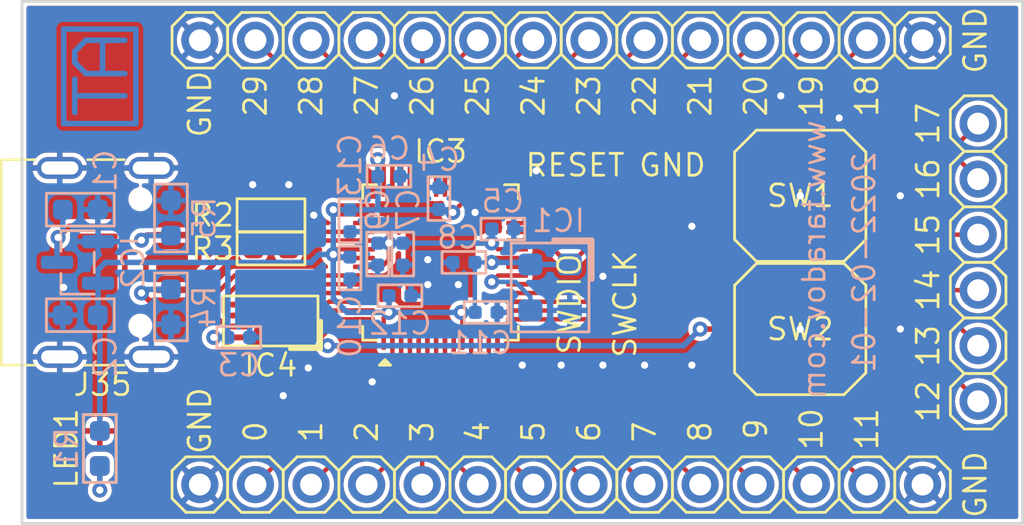
<source format=kicad_pcb>
(kicad_pcb (version 20211014) (generator pcbnew)
  (layers (0 "F.Cu" signal) (31 "B.Cu" signal) (34 "B.Paste" user) (35 "F.Paste" user) (36 "B.SilkS" user "B.Silkscreen") (37 "F.SilkS" user "F.Silkscreen") (38 "B.Mask" user) (39 "F.Mask" user) (44 "Edge.Cuts" user))
  (net 0 "")
  (net 1 "GND")
  (net 2 "/RESET")
  (net 3 "/SWCLK")
  (net 4 "/SWDIO")
  (net 5 "+3V3")
  (net 6 "VBUS")
  (net 7 "/USB_DP")
  (net 8 "/USB_DM")
  (net 9 "/QSPI_SD3")
  (net 10 "/QSPI_SCLK")
  (net 11 "/QSPI_SD0")
  (net 12 "/QSPI_SD2")
  (net 13 "/QSPI_SD1")
  (net 14 "/QSPI_SS")
  (net 15 "+1V1")
  (net 16 "/XIN")
  (net 17 "Net-(J35-PadCC1)")
  (net 18 "Net-(J35-PadCC2)")
  (net 21 "Net-(IC3-Pad2)")
  (net 22 "Net-(IC3-Pad3)")
  (net 23 "Net-(IC3-Pad4)")
  (net 24 "Net-(IC3-Pad5)")
  (net 25 "Net-(IC3-Pad6)")
  (net 26 "Net-(IC3-Pad7)")
  (net 27 "Net-(IC3-Pad8)")
  (net 28 "Net-(IC3-Pad9)")
  (net 29 "Net-(IC3-Pad11)")
  (net 30 "Net-(IC3-Pad12)")
  (net 31 "Net-(IC3-Pad13)")
  (net 32 "Net-(IC3-Pad14)")
  (net 33 "Net-(IC3-Pad15)")
  (net 34 "Net-(IC3-Pad16)")
  (net 35 "Net-(IC3-Pad17)")
  (net 36 "Net-(IC3-Pad18)")
  (net 38 "Net-(IC3-Pad27)")
  (net 39 "Net-(IC3-Pad28)")
  (net 40 "Net-(IC3-Pad29)")
  (net 41 "Net-(IC3-Pad30)")
  (net 42 "Net-(IC3-Pad31)")
  (net 43 "Net-(IC3-Pad32)")
  (net 44 "Net-(IC3-Pad34)")
  (net 45 "Net-(IC3-Pad35)")
  (net 46 "Net-(IC3-Pad36)")
  (net 47 "Net-(IC3-Pad37)")
  (net 48 "Net-(IC3-Pad38)")
  (net 49 "Net-(IC3-Pad39)")
  (net 50 "Net-(IC3-Pad40)")
  (net 51 "Net-(IC3-Pad41)")
  (net 52 "Net-(IC3-Pad46)")
  (net 53 "Net-(IC3-Pad47)")
  (net 54 "Net-(LED1-Pad1)")
  (footprint "ataradov_ic:USON-8-3x2mm" (layer "F.Cu") (at 28.639 66.433 180)
    (fp_text reference "IC4")
    (fp_text value "SPI-FLASH")
  )
  (footprint "ataradov_conn:Pin-2.54mm" (layer "F.Cu") (at 60.96 62.484)
    (fp_text reference "J16" hide)
    (fp_text value "15")
  )
  (footprint "ataradov_conn:Pin-2.54mm" (layer "F.Cu") (at 60.96 70.104)
    (fp_text reference "J13" hide)
    (fp_text value "12")
  )
  (footprint "ataradov_conn:Pin-2.54mm" (layer "F.Cu") (at 25.4 73.914)
    (fp_text reference "J33" hide)
    (fp_text value "GND")
  )
  (footprint "ataradov_ic:QFN-56-0.4mm" (layer "F.Cu") (at 36.398 63.754 90)
    (fp_text reference "IC3")
    (fp_text value "RP2040")
  )
  (footprint "ataradov_misc:TestPoint-1.27mm-SMD" (layer "F.Cu") (at 46.101 60.706)
    (fp_text reference "TP4" hide)
    (fp_text value "GND")
  )
  (footprint "ataradov_conn:Pin-2.54mm" (layer "F.Cu") (at 58.42 53.594)
    (fp_text reference "J31" hide)
    (fp_text value "GND")
  )
  (footprint "ataradov_smd:0603" (layer "F.Cu") (at 28.651 61.595)
    (fp_text reference "R2")
    (fp_text value "27")
  )
  (footprint "ataradov_conn:Pin-2.54mm" (layer "F.Cu") (at 45.72 73.914)
    (fp_text reference "J8" hide)
    (fp_text value "7")
  )
  (footprint "ataradov_conn:Pin-2.54mm" (layer "F.Cu") (at 55.88 73.914)
    (fp_text reference "J12" hide)
    (fp_text value "11")
  )
  (footprint "ataradov_misc:TestPoint-1.27mm-SMD" (layer "F.Cu") (at 42.291 62.484)
    (fp_text reference "TP1" hide)
    (fp_text value "SWDIO")
  )
  (footprint "ataradov_conn:Pin-2.54mm" (layer "F.Cu") (at 48.26 53.594)
    (fp_text reference "J22" hide)
    (fp_text value "21")
  )
  (footprint "ataradov_conn:Pin-2.54mm" (layer "F.Cu") (at 43.18 73.914)
    (fp_text reference "J7" hide)
    (fp_text value "6")
  )
  (footprint "ataradov_conn:Pin-2.54mm" (layer "F.Cu") (at 50.8 53.594)
    (fp_text reference "J21" hide)
    (fp_text value "20")
  )
  (footprint "ataradov_conn:Pin-2.54mm" (layer "F.Cu") (at 27.94 73.914)
    (fp_text reference "J1" hide)
    (fp_text value "0")
  )
  (footprint "ataradov_conn:Pin-2.54mm" (layer "F.Cu") (at 50.8 73.914)
    (fp_text reference "J10" hide)
    (fp_text value "9")
  )
  (footprint "ataradov_conn:Pin-2.54mm" (layer "F.Cu") (at 53.34 53.594)
    (fp_text reference "J20" hide)
    (fp_text value "19")
  )
  (footprint "ataradov_switch:TactSwitch-6mm-Sqare-SMD" (layer "F.Cu") (at 52.832 66.802 180)
    (fp_text reference "SW2")
    (fp_text value "TactSwitch")
  )
  (footprint "ataradov_conn:Pin-2.54mm" (layer "F.Cu") (at 35.56 73.914)
    (fp_text reference "J4" hide)
    (fp_text value "3")
  )
  (footprint "ataradov_misc:TestPoint-1.27mm-SMD" (layer "F.Cu") (at 44.831 62.484)
    (fp_text reference "TP2" hide)
    (fp_text value "SWCLK")
  )
  (footprint "ataradov_conn:Pin-2.54mm" (layer "F.Cu") (at 48.26 73.914)
    (fp_text reference "J9" hide)
    (fp_text value "8")
  )
  (footprint "ataradov_conn:Pin-2.54mm" (layer "F.Cu") (at 43.18 53.594)
    (fp_text reference "J24" hide)
    (fp_text value "23")
  )
  (footprint "ataradov_switch:TactSwitch-6mm-Sqare-SMD" (layer "F.Cu") (at 52.832 60.706 180)
    (fp_text reference "SW1")
    (fp_text value "TactSwitch")
  )
  (footprint "ataradov_conn:Pin-2.54mm" (layer "F.Cu") (at 60.96 57.404)
    (fp_text reference "J18" hide)
    (fp_text value "17")
  )
  (footprint "ataradov_conn:Pin-2.54mm" (layer "F.Cu") (at 30.48 53.594)
    (fp_text reference "J29" hide)
    (fp_text value "28")
  )
  (footprint "ataradov_conn:Pin-2.54mm" (layer "F.Cu") (at 25.4 53.594)
    (fp_text reference "J34" hide)
    (fp_text value "GND")
  )
  (footprint "ataradov_conn:Pin-2.54mm" (layer "F.Cu") (at 33.02 53.594)
    (fp_text reference "J28" hide)
    (fp_text value "27")
  )
  (footprint "ataradov_conn:Pin-2.54mm" (layer "F.Cu") (at 55.88 53.594)
    (fp_text reference "J19" hide)
    (fp_text value "18")
  )
  (footprint "ataradov_conn:Pin-2.54mm" (layer "F.Cu") (at 60.96 59.944)
    (fp_text reference "J17" hide)
    (fp_text value "16")
  )
  (footprint "ataradov_conn:Pin-2.54mm" (layer "F.Cu") (at 45.72 53.594)
    (fp_text reference "J23" hide)
    (fp_text value "22")
  )
  (footprint "ataradov_conn:Pin-2.54mm" (layer "F.Cu") (at 60.96 67.564)
    (fp_text reference "J14" hide)
    (fp_text value "13")
  )
  (footprint "ataradov_conn:Pin-2.54mm" (layer "F.Cu") (at 35.56 53.594)
    (fp_text reference "J27" hide)
    (fp_text value "26")
  )
  (footprint "ataradov_conn:Pin-2.54mm" (layer "F.Cu") (at 38.1 73.914)
    (fp_text reference "J5" hide)
    (fp_text value "4")
  )
  (footprint "ataradov_conn:Pin-2.54mm" (layer "F.Cu") (at 40.64 53.594)
    (fp_text reference "J25" hide)
    (fp_text value "24")
  )
  (footprint "ataradov_conn:Pin-2.54mm" (layer "F.Cu") (at 58.42 73.914)
    (fp_text reference "J32" hide)
    (fp_text value "GND")
  )
  (footprint "ataradov_conn:Pin-2.54mm" (layer "F.Cu") (at 40.64 73.914)
    (fp_text reference "J6" hide)
    (fp_text value "5")
  )
  (footprint "ataradov_conn:USB-C" (layer "F.Cu") (at 18.999 63.754 -90)
    (fp_text reference "J35")
    (fp_text value "USB-C")
  )
  (footprint "ataradov_smd:0603" (layer "F.Cu") (at 28.651 63.119)
    (fp_text reference "R3")
    (fp_text value "27")
  )
  (footprint "ataradov_conn:Pin-2.54mm" (layer "F.Cu") (at 38.1 53.594)
    (fp_text reference "J26" hide)
    (fp_text value "25")
  )
  (footprint "ataradov_misc:TestPoint-1.27mm-SMD" (layer "F.Cu") (at 43.561 60.706)
    (fp_text reference "TP3" hide)
    (fp_text value "RESET")
  )
  (footprint "ataradov_conn:Pin-2.54mm" (layer "F.Cu") (at 27.94 53.594)
    (fp_text reference "J30" hide)
    (fp_text value "29")
  )
  (footprint "ataradov_conn:Pin-2.54mm" (layer "F.Cu") (at 53.34 73.914)
    (fp_text reference "J11" hide)
    (fp_text value "10")
  )
  (footprint "ataradov_smd:0603" (layer "F.Cu") (at 20.828 72.263 -90)
    (fp_text reference "LED1")
    (fp_text value "Green")
  )
  (footprint "ataradov_conn:Pin-2.54mm" (layer "F.Cu") (at 60.96 65.024)
    (fp_text reference "J15" hide)
    (fp_text value "14")
  )
  (footprint "ataradov_conn:Pin-2.54mm" (layer "F.Cu") (at 30.48 73.914)
    (fp_text reference "J2" hide)
    (fp_text value "1")
  )
  (footprint "ataradov_conn:Pin-2.54mm" (layer "F.Cu") (at 33.02 73.914)
    (fp_text reference "J3" hide)
    (fp_text value "2")
  )
  (footprint "ataradov_ic:CDFN-4-3.2x2.5mm" (layer "B.Cu") (at 41.402 64.897 -90)
    (fp_text reference "IC1")
    (fp_text value "12 MHz")
  )
  (footprint "ataradov_misc:Logo" (layer "B.Cu") (at 20.828 55.245 -90)
    (fp_text reference "Logo1" hide)
    (fp_text value "Logo" hide)
  )
  (footprint "ataradov_smd:0402" (layer "B.Cu") (at 32.258 61.849 -90)
    (fp_text reference "C13")
    (fp_text value "1uF")
  )
  (footprint "ataradov_smd:0603" (layer "B.Cu") (at 19.939 61.341)
    (fp_text reference "C1")
    (fp_text value "1uF")
  )
  (footprint "ataradov_smd:0603" (layer "B.Cu") (at 20.828 72.263 -90)
    (fp_text reference "R1")
    (fp_text value "10K")
  )
  (footprint "ataradov_smd:0402" (layer "B.Cu") (at 32.258 64.008 -90)
    (fp_text reference "C10")
    (fp_text value "100nF")
  )
  (footprint "ataradov_ic:SOT-23" (layer "B.Cu") (at 19.812 63.754 180)
    (fp_text reference "IC2")
    (fp_text value "SC662K")
  )
  (footprint "ataradov_smd:0402" (layer "B.Cu") (at 39.243 62.23)
    (fp_text reference "C5")
    (fp_text value "100nF")
  )
  (footprint "ataradov_smd:0402" (layer "B.Cu") (at 37.465 63.754 180)
    (fp_text reference "C8")
    (fp_text value "100nF")
  )
  (footprint "ataradov_smd:0603" (layer "B.Cu") (at 19.939 66.167 180)
    (fp_text reference "C2")
    (fp_text value "1uF")
  )
  (footprint "ataradov_smd:0402" (layer "B.Cu") (at 36.322 60.833 90)
    (fp_text reference "C4")
    (fp_text value "100nF")
  )
  (footprint "ataradov_smd:0402" (layer "B.Cu") (at 27.178 67.183)
    (fp_text reference "C3")
    (fp_text value "100nF")
  )
  (footprint "ataradov_smd:0402" (layer "B.Cu") (at 34.544 65.278)
    (fp_text reference "C12")
    (fp_text value "100nF")
  )
  (footprint "ataradov_smd:0603" (layer "B.Cu") (at 24.079 61.722 90)
    (fp_text reference "R5")
    (fp_text value "5.1K")
  )
  (footprint "ataradov_smd:0402" (layer "B.Cu") (at 38.481 66.04)
    (fp_text reference "C11")
    (fp_text value "100nF")
  )
  (footprint "ataradov_smd:0402" (layer "B.Cu") (at 33.528 63.373 -90)
    (fp_text reference "C9")
    (fp_text value "1uF")
  )
  (footprint "ataradov_smd:0402" (layer "B.Cu") (at 34.671 63.373 -90)
    (fp_text reference "C7")
    (fp_text value "100nF")
  )
  (footprint "ataradov_smd:0402" (layer "B.Cu") (at 34.036 59.817)
    (fp_text reference "C6")
    (fp_text value "100nF")
  )
  (footprint "ataradov_smd:0603" (layer "B.Cu") (at 24.079 65.786 -90)
    (fp_text reference "R4")
    (fp_text value "5.1K")
  )
  (gr_rect (start 17.272 51.816) (end 62.992 75.692) (layer "Edge.Cuts") (width 0.127) (fill none))
  (gr_text "2022-02-01" (at 55.753 63.754 90) (layer "B.SilkS") (effects (font (size 1 1) (thickness 0.127)) (justify mirror)))
  (gr_text "www.taradov.com" (at 53.467 63.627 90) (layer "B.SilkS") (effects (font (size 1 1) (thickness 0.127)) (justify mirror)))
  (segment (start 39.898 64.754) (end 41.164 64.754) (width 0.2032) (layer "F.Cu") (net 1))
  (via (at 52.832 66.802) (size 0.6858) (drill 0.3302) (layers "F.Cu" "B.Cu") (net 1))
  (via (at 57.404 60.706) (size 0.6858) (drill 0.3302) (layers "F.Cu" "B.Cu") (net 1))
  (via (at 29.21 69.85) (size 0.6858) (drill 0.3302) (layers "F.Cu" "B.Cu") (net 1))
  (via (at 40.132 68.453) (size 0.6858) (drill 0.3302) (layers "F.Cu" "B.Cu") (net 1))
  (via (at 30.607 61.595) (size 0.6858) (drill 0.3302) (layers "F.Cu" "B.Cu") (net 1))
  (via (at 47.879 62.103) (size 0.6858) (drill 0.3302) (layers "F.Cu" "B.Cu") (net 1))
  (via (at 35.814 63.627) (size 0.6858) (drill 0.3302) (layers "F.Cu" "B.Cu") (net 1))
  (via (at 52.832 60.706) (size 0.6858) (drill 0.3302) (layers "F.Cu" "B.Cu") (net 1))
  (via (at 37.211 64.77) (size 0.6858) (drill 0.3302) (layers "F.Cu" "B.Cu") (net 1))
  (via (at 57.404 66.802) (size 0.6858) (drill 0.3302) (layers "F.Cu" "B.Cu") (net 1))
  (via (at 37.973 61.468) (size 0.6858) (drill 0.3302) (layers "F.Cu" "B.Cu") (net 1))
  (via (at 41.91 68.453) (size 0.6858) (drill 0.3302) (layers "F.Cu" "B.Cu") (net 1))
  (via (at 51.943 56.134) (size 0.6858) (drill 0.3302) (layers "F.Cu" "B.Cu") (net 1))
  (via (at 35.814 64.77) (size 0.6858) (drill 0.3302) (layers "F.Cu" "B.Cu") (net 1))
  (via (at 34.29 56.134) (size 0.6858) (drill 0.3302) (layers "F.Cu" "B.Cu") (net 1))
  (via (at 19.177 64.897) (size 0.6858) (drill 0.3302) (layers "F.Cu" "B.Cu") (net 1))
  (via (at 27.813 60.198) (size 0.6858) (drill 0.3302) (layers "F.Cu" "B.Cu") (net 1))
  (via (at 29.464 60.198) (size 0.6858) (drill 0.3302) (layers "F.Cu" "B.Cu") (net 1))
  (via (at 45.72 68.453) (size 0.6858) (drill 0.3302) (layers "F.Cu" "B.Cu") (net 1))
  (via (at 40.767 59.563) (size 0.6858) (drill 0.3302) (layers "F.Cu" "B.Cu") (net 1))
  (via (at 43.815 68.453) (size 0.6858) (drill 0.3302) (layers "F.Cu" "B.Cu") (net 1))
  (via (at 30.353 68.58) (size 0.6858) (drill 0.3302) (layers "F.Cu" "B.Cu") (net 1))
  (via (at 54.61 57.15) (size 0.6858) (drill 0.3302) (layers "F.Cu" "B.Cu") (net 1))
  (via (at 47.879 68.453) (size 0.6858) (drill 0.3302) (layers "F.Cu" "B.Cu") (net 1))
  (via (at 43.815 64.389) (size 0.6858) (drill 0.3302) (layers "F.Cu" "B.Cu") (net 1))
  (via (at 33.274 69.215) (size 0.6858) (drill 0.3302) (layers "F.Cu" "B.Cu") (net 1))
  (segment (start 39.898 61.954) (end 41.297 61.954) (width 0.2032) (layer "F.Cu") (net 2))
  (segment (start 43.561 60.706) (end 44.831 59.436) (width 0.2032) (layer "F.Cu") (net 2))
  (segment (start 47.371 59.436) (end 48.641 60.706) (width 0.2032) (layer "F.Cu") (net 2))
  (segment (start 44.831 59.436) (end 47.371 59.436) (width 0.2032) (layer "F.Cu") (net 2))
  (segment (start 41.297 61.954) (end 42.545 60.706) (width 0.2032) (layer "F.Cu") (net 2))
  (segment (start 42.545 60.706) (end 43.561 60.706) (width 0.2032) (layer "F.Cu") (net 2))
  (segment (start 48.641 60.706) (end 49.832 60.706) (width 0.2032) (layer "F.Cu") (net 2))
  (segment (start 42.672 63.5) (end 43.688 62.484) (width 0.2032) (layer "F.Cu") (net 3))
  (segment (start 39.898 62.754) (end 41.164 62.754) (width 0.2032) (layer "F.Cu") (net 3))
  (segment (start 43.688 62.484) (end 44.831 62.484) (width 0.2032) (layer "F.Cu") (net 3))
  (segment (start 41.164 62.754) (end 41.91 63.5) (width 0.2032) (layer "F.Cu") (net 3))
  (segment (start 41.91 63.5) (end 42.672 63.5) (width 0.2032) (layer "F.Cu") (net 3))
  (segment (start 39.898 62.354) (end 42.161 62.354) (width 0.2032) (layer "F.Cu") (net 4))
  (segment (start 42.161 62.354) (end 42.291 62.484) (width 0.2032) (layer "F.Cu") (net 4))
  (segment (start 31.445 63.3885) (end 31.6105 63.554) (width 0.2032) (layer "F.Cu") (net 5))
  (segment (start 37.398 67.254) (end 37.398 66.227) (width 0.2032) (layer "F.Cu") (net 5))
  (segment (start 38.935 63.554) (end 38.735 63.754) (width 0.2032) (layer "F.Cu") (net 5))
  (segment (start 33.528 59.055) (end 33.798 59.325) (width 0.2032) (layer "F.Cu") (net 5))
  (segment (start 31.6795 63.154) (end 32.898 63.154) (width 0.2032) (layer "F.Cu") (net 5))
  (segment (start 37.398 66.227) (end 37.211 66.04) (width 0.2032) (layer "F.Cu") (net 5))
  (segment (start 33.798 59.325) (end 33.798 60.254) (width 0.2032) (layer "F.Cu") (net 5))
  (segment (start 31.632 61.154) (end 32.898 61.154) (width 0.2032) (layer "F.Cu") (net 5))
  (segment (start 37.398 60.254) (end 37.398 61.027) (width 0.2032) (layer "F.Cu") (net 5))
  (segment (start 33.798 66.278) (end 34.036 66.04) (width 0.2032) (layer "F.Cu") (net 5))
  (segment (start 31.6105 63.554) (end 32.898 63.554) (width 0.2032) (layer "F.Cu") (net 5))
  (segment (start 31.445 61.341) (end 31.632 61.154) (width 0.2032) (layer "F.Cu") (net 5))
  (segment (start 31.445 63.3885) (end 31.6795 63.154) (width 0.2032) (layer "F.Cu") (net 5))
  (segment (start 37.398 61.027) (end 36.957 61.468) (width 0.2032) (layer "F.Cu") (net 5))
  (segment (start 33.798 67.254) (end 33.798 66.278) (width 0.2032) (layer "F.Cu") (net 5))
  (segment (start 31.658 61.554) (end 32.898 61.554) (width 0.2032) (layer "F.Cu") (net 5))
  (segment (start 27.239 67.183) (end 26.035 67.183) (width 0.2032) (layer "F.Cu") (net 5))
  (segment (start 39.898 63.554) (end 38.935 63.554) (width 0.2032) (layer "F.Cu") (net 5))
  (segment (start 31.445 61.341) (end 31.658 61.554) (width 0.2032) (layer "F.Cu") (net 5))
  (via (at 31.496 63.3885) (size 0.6858) (drill 0.3302) (layers "F.Cu" "B.Cu") (net 5))
  (via (at 26.035 67.183) (size 0.6858) (drill 0.3302) (layers "F.Cu" "B.Cu") (net 5))
  (via (at 36.957 61.468) (size 0.6858) (drill 0.3302) (layers "F.Cu" "B.Cu") (net 5))
  (via (at 34.036 66.04) (size 0.6858) (drill 0.3302) (layers "F.Cu" "B.Cu") (net 5))
  (via (at 38.735 63.754) (size 0.6858) (drill 0.3302) (layers "F.Cu" "B.Cu") (net 5))
  (via (at 33.528 59.055) (size 0.6858) (drill 0.3302) (layers "F.Cu" "B.Cu") (net 5))
  (via (at 37.338 66.04) (size 0.6858) (drill 0.3302) (layers "F.Cu" "B.Cu") (net 5))
  (via (at 31.496 61.341) (size 0.6858) (drill 0.3302) (layers "F.Cu" "B.Cu") (net 5))
  (segment (start 33.536 59.817) (end 33.536 59.063) (width 0.254) (layer "B.Cu") (net 5))
  (segment (start 31.496 61.341) (end 31.496 63.3885) (width 0.254) (layer "B.Cu") (net 5))
  (segment (start 31.496 63.3885) (end 30.8455 63.3885) (width 0.254) (layer "B.Cu") (net 5))
  (segment (start 31.5645 63.508) (end 31.445 63.3885) (width 0.254) (layer "B.Cu") (net 5))
  (segment (start 38.735 63.754) (end 37.965 63.754) (width 0.2032) (layer "B.Cu") (net 5))
  (segment (start 32.131 66.04) (end 34.036 66.04) (width 0.254) (layer "B.Cu") (net 5))
  (segment (start 20.828 71.463) (end 20.828 66.256) (width 0.254) (layer "B.Cu") (net 5))
  (segment (start 26.678 67.183) (end 26.678 63.762) (width 0.254) (layer "B.Cu") (net 5))
  (segment (start 32.258 61.349) (end 31.504 61.349) (width 0.254) (layer "B.Cu") (net 5))
  (segment (start 20.7495 64.704) (end 20.7495 66.1565) (width 0.254) (layer "B.Cu") (net 5))
  (segment (start 33.536 61.349) (end 36.838 61.349) (width 0.254) (layer "B.Cu") (net 5))
  (segment (start 40.502 63.847) (end 40.409 63.754) (width 0.254) (layer "B.Cu") (net 5))
  (segment (start 34.036 66.04) (end 37.338 66.04) (width 0.254) (layer "B.Cu") (net 5))
  (segment (start 33.536 59.817) (end 33.536 61.349) (width 0.254) (layer "B.Cu") (net 5))
  (segment (start 30.8455 63.3885) (end 30.48 63.754) (width 0.254) (layer "B.Cu") (net 5))
  (segment (start 37.965 66.024) (end 37.981 66.04) (width 0.2032) (layer "B.Cu") (net 5))
  (segment (start 34.044 65.278) (end 34.044 66.032) (width 0.254) (layer "B.Cu") (net 5))
  (segment (start 37.338 66.04) (end 37.981 66.04) (width 0.254) (layer "B.Cu") (net 5))
  (segment (start 34.044 66.032) (end 34.036 66.04) (width 0.254) (layer "B.Cu") (net 5))
  (segment (start 40.409 63.754) (end 38.735 63.754) (width 0.254) (layer "B.Cu") (net 5))
  (segment (start 37.965 63.754) (end 37.965 66.024) (width 0.2032) (layer "B.Cu") (net 5))
  (segment (start 20.7495 64.0865) (end 20.7495 64.704) (width 0.254) (layer "B.Cu") (net 5))
  (segment (start 36.838 61.349) (end 36.957 61.468) (width 0.254) (layer "B.Cu") (net 5))
  (segment (start 32.334 61.349) (end 33.536 61.349) (width 0.254) (layer "B.Cu") (net 5))
  (segment (start 30.48 63.754) (end 21.082 63.754) (width 0.254) (layer "B.Cu") (net 5))
  (segment (start 20.828 66.256) (end 20.739 66.167) (width 0.254) (layer "B.Cu") (net 5))
  (segment (start 42.302 63.847) (end 40.502 63.847) (width 0.254) (layer "B.Cu") (net 5))
  (segment (start 20.7495 66.1565) (end 20.739 66.167) (width 0.254) (layer "B.Cu") (net 5))
  (segment (start 32.334 63.508) (end 31.5645 63.508) (width 0.254) (layer "B.Cu") (net 5))
  (segment (start 21.082 63.754) (end 20.7495 64.0865) (width 0.254) (layer "B.Cu") (net 5))
  (segment (start 33.536 59.063) (end 33.528 59.055) (width 0.254) (layer "B.Cu") (net 5))
  (segment (start 26.678 67.183) (end 26.035 67.183) (width 0.254) (layer "B.Cu") (net 5))
  (segment (start 31.496 65.405) (end 32.131 66.04) (width 0.254) (layer "B.Cu") (net 5))
  (segment (start 31.496 63.3885) (end 31.496 65.405) (width 0.254) (layer "B.Cu") (net 5))
  (segment (start 23.253588 61.304) (end 22.962588 61.595) (width 0.254) (layer "F.Cu") (net 6))
  (segment (start 19.431 62.103) (end 18.923 62.611) (width 0.254) (layer "F.Cu") (net 6))
  (segment (start 21.971 62.103) (end 21.971 65.405) (width 0.254) (layer "F.Cu") (net 6))
  (segment (start 21.971 65.405) (end 22.537379 65.971379) (width 0.254) (layer "F.Cu") (net 6))
  (segment (start 22.962588 61.595) (end 22.479 61.595) (width 0.254) (layer "F.Cu") (net 6))
  (segment (start 22.479 61.595) (end 21.971 62.103) (width 0.254) (layer "F.Cu") (net 6))
  (segment (start 24.13 61.304) (end 23.253588 61.304) (width 0.25) (layer "F.Cu") (net 6))
  (segment (start 23.190231 66.204) (end 24.13 66.204) (width 0.254) (layer "F.Cu") (net 6))
  (segment (start 21.971 62.103) (end 19.431 62.103) (width 0.254) (layer "F.Cu") (net 6))
  (segment (start 22.95761 65.971379) (end 23.190231 66.204) (width 0.254) (layer "F.Cu") (net 6))
  (segment (start 22.537379 65.971379) (end 22.95761 65.971379) (width 0.254) (layer "F.Cu") (net 6))
  (via (at 18.923 62.611) (size 0.6858) (drill 0.3302) (layers "F.Cu" "B.Cu") (net 6))
  (segment (start 18.8745 62.6595) (end 18.8745 63.754) (width 0.254) (layer "B.Cu") (net 6))
  (segment (start 18.923 62.611) (end 18.8745 62.6595) (width 0.254) (layer "B.Cu") (net 6))
  (segment (start 19.139 61.341) (end 19.139 62.395) (width 0.254) (layer "B.Cu") (net 6))
  (segment (start 19.139 62.395) (end 18.923 62.611) (width 0.254) (layer "B.Cu") (net 6))
  (segment (start 23.120978 64.504) (end 24.13 64.504) (width 0.254) (layer "F.Cu") (net 7))
  (segment (start 27.851 63.119) (end 26.746 63.119) (width 0.254) (layer "F.Cu") (net 7))
  (segment (start 24.13 63.504) (end 23.120978 63.504) (width 0.254) (layer "F.Cu") (net 7))
  (segment (start 26.746 63.119) (end 25.361 64.504) (width 0.254) (layer "F.Cu") (net 7))
  (segment (start 22.936 64.319022) (end 23.120978 64.504) (width 0.254) (layer "F.Cu") (net 7))
  (segment (start 23.120978 63.504) (end 22.936 63.688978) (width 0.254) (layer "F.Cu") (net 7))
  (segment (start 22.936 63.688978) (end 22.936 64.319022) (width 0.254) (layer "F.Cu") (net 7))
  (segment (start 25.361 64.504) (end 24.13 64.504) (width 0.254) (layer "F.Cu") (net 7))
  (segment (start 25.349 63.043) (end 25.388 63.004) (width 0.254) (layer "F.Cu") (net 8))
  (segment (start 24.13 64.004) (end 25.139022 64.004) (width 0.254) (layer "F.Cu") (net 8))
  (segment (start 25.139022 64.004) (end 25.349 63.794022) (width 0.254) (layer "F.Cu") (net 8))
  (segment (start 25.388 63.004) (end 24.13 63.004) (width 0.254) (layer "F.Cu") (net 8))
  (segment (start 27.851 61.595) (end 26.797 61.595) (width 0.254) (layer "F.Cu") (net 8))
  (segment (start 26.797 61.595) (end 25.388 63.004) (width 0.254) (layer "F.Cu") (net 8))
  (segment (start 25.349 63.794022) (end 25.349 63.043) (width 0.254) (layer "F.Cu") (net 8))
  (segment (start 26.099 66.169485) (end 26.612515 66.683) (width 0.2032) (layer "F.Cu") (net 9))
  (segment (start 26.612515 66.683) (end 27.239 66.683) (width 0.2032) (layer "F.Cu") (net 9))
  (segment (start 26.099 65.241903) (end 26.099 66.169485) (width 0.2032) (layer "F.Cu") (net 9))
  (segment (start 32.898 64.354) (end 26.986903 64.354) (width 0.2032) (layer "F.Cu") (net 9))
  (segment (start 26.986903 64.354) (end 26.099 65.241903) (width 0.2032) (layer "F.Cu") (net 9))
  (segment (start 26.49738 66.011767) (end 26.668613 66.183) (width 0.2032) (layer "F.Cu") (net 10))
  (segment (start 26.49738 65.39962) (end 26.49738 66.011767) (width 0.2032) (layer "F.Cu") (net 10))
  (segment (start 26.668613 66.183) (end 27.239 66.183) (width 0.2032) (layer "F.Cu") (net 10))
  (segment (start 27.143 64.754) (end 26.49738 65.39962) (width 0.2032) (layer "F.Cu") (net 10))
  (segment (start 32.898 64.754) (end 27.143 64.754) (width 0.2032) (layer "F.Cu") (net 10))
  (segment (start 27.378 65.154) (end 27.239 65.293) (width 0.2032) (layer "F.Cu") (net 11))
  (segment (start 32.898 65.154) (end 27.378 65.154) (width 0.2032) (layer "F.Cu") (net 11))
  (segment (start 27.239 65.293) (end 27.239 65.683) (width 0.2032) (layer "F.Cu") (net 11))
  (segment (start 32.898 65.554) (end 32.185 65.554) (width 0.2032) (layer "F.Cu") (net 12))
  (segment (start 32.185 65.554) (end 32.181 65.55) (width 0.2032) (layer "F.Cu") (net 12))
  (segment (start 32.181 65.55) (end 31.3 65.55) (width 0.2032) (layer "F.Cu") (net 12))
  (segment (start 30.667 66.183) (end 30.039 66.183) (width 0.2032) (layer "F.Cu") (net 12))
  (segment (start 31.3 65.55) (end 30.667 66.183) (width 0.2032) (layer "F.Cu") (net 12))
  (segment (start 32.898 65.954) (end 31.452098 65.954) (width 0.2032) (layer "F.Cu") (net 13))
  (segment (start 30.723098 66.683) (end 30.039 66.683) (width 0.2032) (layer "F.Cu") (net 13))
  (segment (start 31.452098 65.954) (end 30.723098 66.683) (width 0.2032) (layer "F.Cu") (net 13))
  (segment (start 30.937 67.259) (end 31.242 67.564) (width 0.2032) (layer "F.Cu") (net 14))
  (segment (start 31.766 66.354) (end 30.937 67.183) (width 0.2032) (layer "F.Cu") (net 14))
  (segment (start 30.937 67.183) (end 30.937 67.259) (width 0.2032) (layer "F.Cu") (net 14))
  (segment (start 32.898 66.354) (end 31.766 66.354) (width 0.2032) (layer "F.Cu") (net 14))
  (segment (start 48.26 66.802) (end 49.832 66.802) (width 0.254) (layer "F.Cu") (net 14))
  (segment (start 30.937 67.183) (end 30.039 67.183) (width 0.2032) (layer "F.Cu") (net 14))
  (via (at 48.26 66.802) (size 0.6858) (drill 0.3302) (layers "F.Cu" "B.Cu") (net 14))
  (via (at 31.242 67.564) (size 0.6858) (drill 0.3302) (layers "F.Cu" "B.Cu") (net 14))
  (segment (start 47.498 67.564) (end 48.26 66.802) (width 0.254) (layer "B.Cu") (net 14))
  (segment (start 31.242 67.564) (end 47.498 67.564) (width 0.254) (layer "B.Cu") (net 14))
  (segment (start 34.036 63.627) (end 33.709 63.954) (width 0.2032) (layer "F.Cu") (net 15))
  (segment (start 32.898 61.954) (end 33.7235 61.954) (width 0.2032) (layer "F.Cu") (net 15))
  (segment (start 33.709 63.954) (end 32.898 63.954) (width 0.2032) (layer "F.Cu") (net 15))
  (segment (start 33.7235 61.954) (end 34.036 62.2665) (width 0.2032) (layer "F.Cu") (net 15))
  (segment (start 39.898 63.154) (end 39.024 63.154) (width 0.2032) (layer "F.Cu") (net 15))
  (segment (start 34.036 62.2665) (end 34.036 63.627) (width 0.2032) (layer "F.Cu") (net 15))
  (segment (start 39.024 63.154) (end 38.735 62.865) (width 0.2032) (layer "F.Cu") (net 15))
  (via (at 34.036 62.865) (size 0.6858) (drill 0.3302) (layers "F.Cu" "B.Cu") (net 15))
  (via (at 38.735 62.865) (size 0.6858) (drill 0.3302) (layers "F.Cu" "B.Cu") (net 15))
  (segment (start 38.743 62.23) (end 38.743 62.857) (width 0.254) (layer "B.Cu") (net 15))
  (segment (start 33.528 62.873) (end 34.671 62.873) (width 0.254) (layer "B.Cu") (net 15))
  (segment (start 38.743 62.857) (end 38.735 62.865) (width 0.254) (layer "B.Cu") (net 15))
  (segment (start 38.727 62.873) (end 38.735 62.865) (width 0.254) (layer "B.Cu") (net 15))
  (segment (start 37.719 62.873) (end 38.727 62.873) (width 0.254) (layer "B.Cu") (net 15))
  (segment (start 34.671 62.873) (end 37.719 62.873) (width 0.254) (layer "B.Cu") (net 15))
  (segment (start 39.898 64.354) (end 39.024 64.354) (width 0.2032) (layer "F.Cu") (net 16))
  (segment (start 39.024 64.354) (end 38.735 64.643) (width 0.2032) (layer "F.Cu") (net 16))
  (via (at 38.735 64.643) (size 0.6858) (drill 0.3302) (layers "F.Cu" "B.Cu") (net 16))
  (segment (start 40.502 65.3305) (end 39.8145 64.643) (width 0.2032) (layer "B.Cu") (net 16))
  (segment (start 40.502 65.947) (end 40.502 65.3305) (width 0.2032) (layer "B.Cu") (net 16))
  (segment (start 39.8145 64.643) (end 38.735 64.643) (width 0.2032) (layer "B.Cu") (net 16))
  (segment (start 22.967 62.504) (end 22.733 62.738) (width 0.254) (layer "F.Cu") (net 17))
  (segment (start 24.13 62.504) (end 22.967 62.504) (width 0.254) (layer "F.Cu") (net 17))
  (via (at 22.733 62.738) (size 0.6858) (drill 0.3302) (layers "F.Cu" "B.Cu") (net 17))
  (segment (start 24.079 62.522) (end 22.949 62.522) (width 0.254) (layer "B.Cu") (net 17))
  (segment (start 22.949 62.522) (end 22.733 62.738) (width 0.254) (layer "B.Cu") (net 17))
  (segment (start 23.086 65.504) (end 24.13 65.504) (width 0.254) (layer "F.Cu") (net 18))
  (segment (start 22.733 65.151) (end 23.086 65.504) (width 0.254) (layer "F.Cu") (net 18))
  (via (at 22.733 65.151) (size 0.6858) (drill 0.3302) (layers "F.Cu" "B.Cu") (net 18))
  (segment (start 24.079 64.986) (end 22.898 64.986) (width 0.254) (layer "B.Cu") (net 18))
  (segment (start 22.898 64.986) (end 22.733 65.151) (width 0.254) (layer "B.Cu") (net 18))
  (segment (start 34.198 67.254) (end 34.198 69.561) (width 0.2032) (layer "F.Cu") (net 21))
  (segment (start 31.242 72.517) (end 29.337 72.517) (width 0.2032) (layer "F.Cu") (net 21))
  (segment (start 34.198 69.561) (end 31.242 72.517) (width 0.2032) (layer "F.Cu") (net 21))
  (segment (start 29.337 72.517) (end 27.94 73.914) (width 0.2032) (layer "F.Cu") (net 21))
  (segment (start 34.598 67.254) (end 34.598 69.796) (width 0.2032) (layer "F.Cu") (net 22))
  (segment (start 34.598 69.796) (end 30.48 73.914) (width 0.2032) (layer "F.Cu") (net 22))
  (segment (start 34.998 71.936) (end 33.02 73.914) (width 0.2032) (layer "F.Cu") (net 23))
  (segment (start 34.998 67.254) (end 34.998 71.936) (width 0.2032) (layer "F.Cu") (net 23))
  (segment (start 35.398 72.482) (end 35.56 72.644) (width 0.2032) (layer "F.Cu") (net 24))
  (segment (start 35.56 72.644) (end 35.56 73.914) (width 0.2032) (layer "F.Cu") (net 24))
  (segment (start 35.398 67.254) (end 35.398 72.482) (width 0.2032) (layer "F.Cu") (net 24))
  (segment (start 35.798 71.612) (end 38.1 73.914) (width 0.2032) (layer "F.Cu") (net 25))
  (segment (start 35.798 67.254) (end 35.798 71.612) (width 0.2032) (layer "F.Cu") (net 25))
  (segment (start 36.198 70.488) (end 38.227 72.517) (width 0.2032) (layer "F.Cu") (net 26))
  (segment (start 36.198 67.254) (end 36.198 70.488) (width 0.2032) (layer "F.Cu") (net 26))
  (segment (start 38.227 72.517) (end 39.243 72.517) (width 0.2032) (layer "F.Cu") (net 26))
  (segment (start 39.243 72.517) (end 40.64 73.914) (width 0.2032) (layer "F.Cu") (net 26))
  (segment (start 41.275 72.009) (end 43.18 73.914) (width 0.2032) (layer "F.Cu") (net 27))
  (segment (start 38.481 72.009) (end 41.275 72.009) (width 0.2032) (layer "F.Cu") (net 27))
  (segment (start 36.598 67.254) (end 36.598 70.126) (width 0.2032) (layer "F.Cu") (net 27))
  (segment (start 36.598 70.126) (end 38.481 72.009) (width 0.2032) (layer "F.Cu") (net 27))
  (segment (start 43.307 71.501) (end 45.72 73.914) (width 0.2032) (layer "F.Cu") (net 28))
  (segment (start 36.998 69.764) (end 38.735 71.501) (width 0.2032) (layer "F.Cu") (net 28))
  (segment (start 38.735 71.501) (end 43.307 71.501) (width 0.2032) (layer "F.Cu") (net 28))
  (segment (start 36.998 67.254) (end 36.998 69.764) (width 0.2032) (layer "F.Cu") (net 28))
  (segment (start 38.989 70.993) (end 45.339 70.993) (width 0.2032) (layer "F.Cu") (net 29))
  (segment (start 37.798 69.802) (end 38.989 70.993) (width 0.2032) (layer "F.Cu") (net 29))
  (segment (start 45.339 70.993) (end 48.26 73.914) (width 0.2032) (layer "F.Cu") (net 29))
  (segment (start 37.798 67.254) (end 37.798 69.802) (width 0.2032) (layer "F.Cu") (net 29))
  (segment (start 38.198 69.44) (end 39.243 70.485) (width 0.2032) (layer "F.Cu") (net 30))
  (segment (start 39.243 70.485) (end 47.371 70.485) (width 0.2032) (layer "F.Cu") (net 30))
  (segment (start 38.198 67.254) (end 38.198 69.44) (width 0.2032) (layer "F.Cu") (net 30))
  (segment (start 47.371 70.485) (end 50.8 73.914) (width 0.2032) (layer "F.Cu") (net 30))
  (segment (start 39.497 69.977) (end 49.403 69.977) (width 0.2032) (layer "F.Cu") (net 31))
  (segment (start 38.598 67.254) (end 38.598 69.078) (width 0.2032) (layer "F.Cu") (net 31))
  (segment (start 49.403 69.977) (end 53.34 73.914) (width 0.2032) (layer "F.Cu") (net 31))
  (segment (start 38.598 69.078) (end 39.497 69.977) (width 0.2032) (layer "F.Cu") (net 31))
  (segment (start 38.998 67.254) (end 38.998 68.716) (width 0.2032) (layer "F.Cu") (net 32))
  (segment (start 38.998 68.716) (end 39.751 69.469) (width 0.2032) (layer "F.Cu") (net 32))
  (segment (start 39.751 69.469) (end 51.435 69.469) (width 0.2032) (layer "F.Cu") (net 32))
  (segment (start 51.435 69.469) (end 55.88 73.914) (width 0.2032) (layer "F.Cu") (net 32))
  (segment (start 59.563 68.707) (end 60.96 70.104) (width 0.2032) (layer "F.Cu") (net 33))
  (segment (start 47.263375 66.354) (end 49.101375 64.516) (width 0.2032) (layer "F.Cu") (net 33))
  (segment (start 49.101375 64.516) (end 57.15 64.516) (width 0.2032) (layer "F.Cu") (net 33))
  (segment (start 59.563 66.929) (end 59.563 68.707) (width 0.2032) (layer "F.Cu") (net 33))
  (segment (start 57.15 64.516) (end 59.563 66.929) (width 0.2032) (layer "F.Cu") (net 33))
  (segment (start 39.898 66.354) (end 47.263375 66.354) (width 0.2032) (layer "F.Cu") (net 33))
  (segment (start 57.404 64.008) (end 60.96 67.564) (width 0.2032) (layer "F.Cu") (net 34))
  (segment (start 39.898 65.954) (end 46.949 65.954) (width 0.2032) (layer "F.Cu") (net 34))
  (segment (start 48.895 64.008) (end 57.404 64.008) (width 0.2032) (layer "F.Cu") (net 34))
  (segment (start 46.949 65.954) (end 48.895 64.008) (width 0.2032) (layer "F.Cu") (net 34))
  (segment (start 46.587 65.554) (end 48.641 63.5) (width 0.2032) (layer "F.Cu") (net 35))
  (segment (start 39.898 65.554) (end 46.587 65.554) (width 0.2032) (layer "F.Cu") (net 35))
  (segment (start 48.641 63.5) (end 57.658 63.5) (width 0.2032) (layer "F.Cu") (net 35))
  (segment (start 59.182 65.024) (end 60.96 65.024) (width 0.2032) (layer "F.Cu") (net 35))
  (segment (start 57.658 63.5) (end 59.182 65.024) (width 0.2032) (layer "F.Cu") (net 35))
  (segment (start 46.225 65.154) (end 48.387 62.992) (width 0.2032) (layer "F.Cu") (net 36))
  (segment (start 39.898 65.154) (end 46.225 65.154) (width 0.2032) (layer "F.Cu") (net 36))
  (segment (start 58.166 62.484) (end 60.96 62.484) (width 0.2032) (layer "F.Cu") (net 36))
  (segment (start 57.658 62.992) (end 58.166 62.484) (width 0.2032) (layer "F.Cu") (net 36))
  (segment (start 48.387 62.992) (end 57.658 62.992) (width 0.2032) (layer "F.Cu") (net 36))
  (segment (start 59.944 58.928) (end 60.96 59.944) (width 0.2032) (layer "F.Cu") (net 38))
  (segment (start 39.898 61.554) (end 40.935 61.554) (width 0.2032) (layer "F.Cu") (net 38))
  (segment (start 43.561 58.928) (end 59.944 58.928) (width 0.2032) (layer "F.Cu") (net 38))
  (segment (start 40.935 61.554) (end 43.561 58.928) (width 0.2032) (layer "F.Cu") (net 38))
  (segment (start 39.898 61.154) (end 40.7 61.154) (width 0.2032) (layer "F.Cu") (net 39))
  (segment (start 40.7 61.154) (end 43.434 58.42) (width 0.2032) (layer "F.Cu") (net 39))
  (segment (start 43.434 58.42) (end 59.944 58.42) (width 0.2032) (layer "F.Cu") (net 39))
  (segment (start 59.944 58.42) (end 60.96 57.404) (width 0.2032) (layer "F.Cu") (net 39))
  (segment (start 40.513 57.912) (end 51.562 57.912) (width 0.2032) (layer "F.Cu") (net 40))
  (segment (start 51.562 57.912) (end 55.88 53.594) (width 0.2032) (layer "F.Cu") (net 40))
  (segment (start 38.998 59.427) (end 40.513 57.912) (width 0.2032) (layer "F.Cu") (net 40))
  (segment (start 38.998 60.254) (end 38.998 59.427) (width 0.2032) (layer "F.Cu") (net 40))
  (segment (start 38.598 60.254) (end 38.598 59.065) (width 0.2032) (layer "F.Cu") (net 41))
  (segment (start 49.53 57.404) (end 53.34 53.594) (width 0.2032) (layer "F.Cu") (net 41))
  (segment (start 40.259 57.404) (end 49.53 57.404) (width 0.2032) (layer "F.Cu") (net 41))
  (segment (start 38.598 59.065) (end 40.259 57.404) (width 0.2032) (layer "F.Cu") (net 41))
  (segment (start 38.198 58.703) (end 40.005 56.896) (width 0.2032) (layer "F.Cu") (net 42))
  (segment (start 47.498 56.896) (end 50.8 53.594) (width 0.2032) (layer "F.Cu") (net 42))
  (segment (start 40.005 56.896) (end 47.498 56.896) (width 0.2032) (layer "F.Cu") (net 42))
  (segment (start 38.198 60.254) (end 38.198 58.703) (width 0.2032) (layer "F.Cu") (net 42))
  (segment (start 37.798 60.254) (end 37.798 58.341) (width 0.2032) (layer "F.Cu") (net 43))
  (segment (start 45.466 56.388) (end 48.26 53.594) (width 0.2032) (layer "F.Cu") (net 43))
  (segment (start 37.798 58.341) (end 39.751 56.388) (width 0.2032) (layer "F.Cu") (net 43))
  (segment (start 39.751 56.388) (end 45.466 56.388) (width 0.2032) (layer "F.Cu") (net 43))
  (segment (start 43.434 55.88) (end 45.72 53.594) (width 0.2032) (layer "F.Cu") (net 44))
  (segment (start 36.998 58.41075) (end 39.52875 55.88) (width 0.2032) (layer "F.Cu") (net 44))
  (segment (start 36.998 60.254) (end 36.998 58.41075) (width 0.2032) (layer "F.Cu") (net 44))
  (segment (start 39.52875 55.88) (end 43.434 55.88) (width 0.2032) (layer "F.Cu") (net 44))
  (segment (start 36.598 60.254) (end 36.598 58.017) (width 0.2032) (layer "F.Cu") (net 45))
  (segment (start 41.402 55.372) (end 43.18 53.594) (width 0.2032) (layer "F.Cu") (net 45))
  (segment (start 39.243 55.372) (end 41.402 55.372) (width 0.2032) (layer "F.Cu") (net 45))
  (segment (start 36.598 58.017) (end 39.243 55.372) (width 0.2032) (layer "F.Cu") (net 45))
  (segment (start 36.198 57.655) (end 38.989 54.864) (width 0.2032) (layer "F.Cu") (net 46))
  (segment (start 39.37 54.864) (end 40.64 53.594) (width 0.2032) (layer "F.Cu") (net 46))
  (segment (start 36.198 60.254) (end 36.198 57.655) (width 0.2032) (layer "F.Cu") (net 46))
  (segment (start 38.989 54.864) (end 39.37 54.864) (width 0.2032) (layer "F.Cu") (net 46))
  (segment (start 35.798 60.254) (end 35.798 55.896) (width 0.2032) (layer "F.Cu") (net 47))
  (segment (start 35.798 55.896) (end 38.1 53.594) (width 0.2032) (layer "F.Cu") (net 47))
  (segment (start 35.56 54.864) (end 35.56 53.594) (width 0.2032) (layer "F.Cu") (net 48))
  (segment (start 35.398 60.254) (end 35.398 55.026) (width 0.2032) (layer "F.Cu") (net 48))
  (segment (start 35.398 55.026) (end 35.56 54.864) (width 0.2032) (layer "F.Cu") (net 48))
  (segment (start 34.998 60.254) (end 34.998 55.572) (width 0.2032) (layer "F.Cu") (net 49))
  (segment (start 34.998 55.572) (end 33.02 53.594) (width 0.2032) (layer "F.Cu") (net 49))
  (segment (start 34.598 57.712) (end 30.48 53.594) (width 0.2032) (layer "F.Cu") (net 50))
  (segment (start 34.598 60.254) (end 34.598 57.712) (width 0.2032) (layer "F.Cu") (net 50))
  (segment (start 34.198 60.254) (end 34.198 58.0105) (width 0.2032) (layer "F.Cu") (net 51))
  (segment (start 29.337 54.991) (end 27.94 53.594) (width 0.2032) (layer "F.Cu") (net 51))
  (segment (start 34.198 58.0105) (end 31.1785 54.991) (width 0.2032) (layer "F.Cu") (net 51))
  (segment (start 31.1785 54.991) (end 29.337 54.991) (width 0.2032) (layer "F.Cu") (net 51))
  (segment (start 30.21 62.354) (end 29.451 61.595) (width 0.2032) (layer "F.Cu") (net 52))
  (segment (start 32.898 62.354) (end 30.21 62.354) (width 0.2032) (layer "F.Cu") (net 52))
  (segment (start 30.286 62.754) (end 29.921 63.119) (width 0.2032) (layer "F.Cu") (net 53))
  (segment (start 29.921 63.119) (end 29.451 63.119) (width 0.2032) (layer "F.Cu") (net 53))
  (segment (start 32.898 62.754) (end 30.286 62.754) (width 0.2032) (layer "F.Cu") (net 53))
  (segment (start 20.828 73.063) (end 20.828 74.168) (width 0.254) (layer "F.Cu") (net 54))
  (via (at 20.828 74.168) (size 0.6858) (drill 0.3302) (layers "F.Cu" "B.Cu") (net 54))
  (segment (start 20.828 73.063) (end 20.828 74.168) (width 0.254) (layer "B.Cu") (net 54))
  (zone (net 1) (net_name "GND") (layer "F.Cu") (connect_pads (clearance 0.2032)) (min_thickness 0.2032) (fill yes (thermal_gap 0.2032) (thermal_bridge_width 0.254))
    (polygon (pts (xy 62.992 75.692) (xy 17.272 75.692) (xy 17.272 51.816) (xy 62.992 51.816)))
  )
  (zone (net 1) (net_name "GND") (layer "B.Cu") (connect_pads (clearance 0.2032)) (min_thickness 0.2032) (fill yes (thermal_gap 0.2032) (thermal_bridge_width 0.254))
    (polygon (pts (xy 62.992 75.692) (xy 17.272 75.692) (xy 17.272 51.816) (xy 62.992 51.816)))
  )
)
</source>
